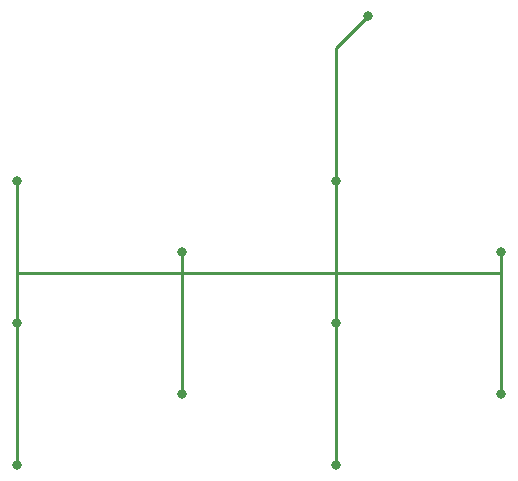
<source format=gbl>
G04 #@! TF.GenerationSoftware,KiCad,Pcbnew,(5.1.4)-1*
G04 #@! TF.CreationDate,2019-10-14T20:14:25-04:00*
G04 #@! TF.ProjectId,badger-badge,62616467-6572-42d6-9261-6467652e6b69,rev?*
G04 #@! TF.SameCoordinates,Original*
G04 #@! TF.FileFunction,Copper,L2,Bot*
G04 #@! TF.FilePolarity,Positive*
%FSLAX46Y46*%
G04 Gerber Fmt 4.6, Leading zero omitted, Abs format (unit mm)*
G04 Created by KiCad (PCBNEW (5.1.4)-1) date 2019-10-14 20:14:25*
%MOMM*%
%LPD*%
G04 APERTURE LIST*
%ADD10C,0.800000*%
%ADD11C,0.250000*%
G04 APERTURE END LIST*
D10*
X83250000Y-89250000D03*
X83250000Y-101250000D03*
X83250000Y-77250000D03*
X97250000Y-83250000D03*
X97250000Y-95250000D03*
X56250000Y-77250000D03*
X56250000Y-89250000D03*
X56250000Y-101250000D03*
X70250000Y-83250000D03*
X70250000Y-95250000D03*
X86000000Y-63250000D03*
D11*
X83250000Y-89250000D02*
X83250000Y-101250000D01*
X56250000Y-89250000D02*
X56250000Y-101250000D01*
X56250000Y-85000000D02*
X70250000Y-85000000D01*
X70250000Y-85000000D02*
X70250000Y-95250000D01*
X70250000Y-83250000D02*
X70250000Y-85000000D01*
X56250000Y-77250000D02*
X56250000Y-85000000D01*
X56250000Y-85000000D02*
X56250000Y-89250000D01*
X70250000Y-85000000D02*
X83250000Y-85000000D01*
X83250000Y-89250000D02*
X83250000Y-85000000D01*
X83250000Y-85000000D02*
X83250000Y-77250000D01*
X83250000Y-85000000D02*
X97250000Y-85000000D01*
X97250000Y-83250000D02*
X97250000Y-85000000D01*
X97250000Y-85000000D02*
X97250000Y-95250000D01*
X83250000Y-77250000D02*
X83250000Y-66000000D01*
X83250000Y-66000000D02*
X86000000Y-63250000D01*
M02*

</source>
